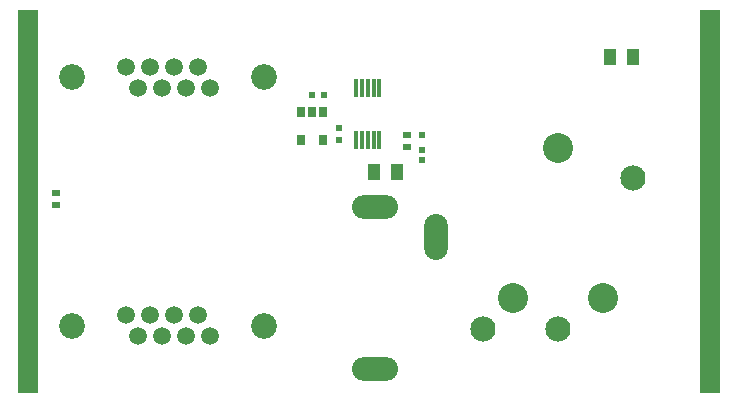
<source format=gts>
G04*
G04 #@! TF.GenerationSoftware,Altium Limited,Altium Designer,20.2.4 (192)*
G04*
G04 Layer_Color=8388736*
%FSLAX25Y25*%
%MOIN*%
G70*
G04*
G04 #@! TF.SameCoordinates,5AF248B1-ED0B-47C2-8BD6-9DFDD3C18100*
G04*
G04*
G04 #@! TF.FilePolarity,Negative*
G04*
G01*
G75*
G04:AMPARAMS|DCode=25|XSize=61.02mil|YSize=15.75mil|CornerRadius=3.45mil|HoleSize=0mil|Usage=FLASHONLY|Rotation=90.000|XOffset=0mil|YOffset=0mil|HoleType=Round|Shape=RoundedRectangle|*
%AMROUNDEDRECTD25*
21,1,0.06102,0.00886,0,0,90.0*
21,1,0.05413,0.01575,0,0,90.0*
1,1,0.00689,0.00443,0.02707*
1,1,0.00689,0.00443,-0.02707*
1,1,0.00689,-0.00443,-0.02707*
1,1,0.00689,-0.00443,0.02707*
%
%ADD25ROUNDEDRECTD25*%
%ADD26R,0.01975X0.02290*%
%ADD27R,0.02762X0.02368*%
%ADD28R,0.02565X0.03550*%
%ADD29R,0.03943X0.05518*%
%ADD30R,0.02368X0.02368*%
%ADD31R,0.02368X0.02368*%
%ADD32C,0.08600*%
%ADD33C,0.05900*%
%ADD34C,0.08400*%
%ADD35C,0.10000*%
%ADD36O,0.07880X0.15361*%
%ADD37O,0.15361X0.07880*%
%ADD38C,0.02400*%
G36*
X66929Y40390D02*
X60075D01*
Y168272D01*
X66929D01*
Y40390D01*
D02*
G37*
G36*
X294256D02*
X287402D01*
Y168272D01*
X294256D01*
X294256Y40390D01*
D02*
G37*
D25*
X172835Y142126D02*
D03*
X174803D02*
D03*
X176772D02*
D03*
X178740D02*
D03*
X180709D02*
D03*
Y124803D02*
D03*
X178740D02*
D03*
X176772D02*
D03*
X172835D02*
D03*
X174803D02*
D03*
D26*
X194882Y126614D02*
D03*
Y121417D02*
D03*
D27*
X72835Y103347D02*
D03*
Y107283D02*
D03*
X189764Y122441D02*
D03*
Y126378D02*
D03*
D28*
X162008Y124803D02*
D03*
X154527D02*
D03*
Y134252D02*
D03*
X158268D02*
D03*
X162008D02*
D03*
D29*
X265158Y152362D02*
D03*
X257677D02*
D03*
X186417Y114173D02*
D03*
X178937D02*
D03*
D30*
X167323Y124803D02*
D03*
Y128740D02*
D03*
D31*
X162205Y139764D02*
D03*
X158268D02*
D03*
D32*
X78236Y145791D02*
D03*
X142236D02*
D03*
X78236Y62870D02*
D03*
X142236D02*
D03*
D33*
X124236Y142291D02*
D03*
X120236Y149291D02*
D03*
X116236Y142291D02*
D03*
X112236Y149291D02*
D03*
X108236Y142291D02*
D03*
X104236Y149291D02*
D03*
X100236Y142291D02*
D03*
X96236Y149291D02*
D03*
X124236Y59370D02*
D03*
X120236Y66370D02*
D03*
X116236Y59370D02*
D03*
X112236Y66370D02*
D03*
X108236Y59370D02*
D03*
X104236Y66370D02*
D03*
X100236Y59370D02*
D03*
X96236Y66370D02*
D03*
D34*
X265158Y112270D02*
D03*
X240158Y61970D02*
D03*
X215158D02*
D03*
D35*
X255157Y72270D02*
D03*
X225157D02*
D03*
X240158Y122270D02*
D03*
D36*
X199535Y92547D02*
D03*
D37*
X179063Y102390D02*
D03*
Y48453D02*
D03*
D38*
X62992Y165354D02*
D03*
X194882Y118110D02*
D03*
X291339Y165354D02*
D03*
Y157480D02*
D03*
Y149606D02*
D03*
Y141732D02*
D03*
Y133858D02*
D03*
Y125984D02*
D03*
Y118110D02*
D03*
Y110236D02*
D03*
Y98425D02*
D03*
Y90551D02*
D03*
Y82677D02*
D03*
Y74803D02*
D03*
Y66929D02*
D03*
Y59055D02*
D03*
Y51181D02*
D03*
Y43307D02*
D03*
Y104331D02*
D03*
X62992D02*
D03*
Y157480D02*
D03*
Y149606D02*
D03*
Y141732D02*
D03*
Y133858D02*
D03*
Y125984D02*
D03*
Y118110D02*
D03*
Y110236D02*
D03*
Y98425D02*
D03*
Y90551D02*
D03*
Y82677D02*
D03*
Y74803D02*
D03*
Y66929D02*
D03*
Y59055D02*
D03*
Y51181D02*
D03*
Y43307D02*
D03*
M02*

</source>
